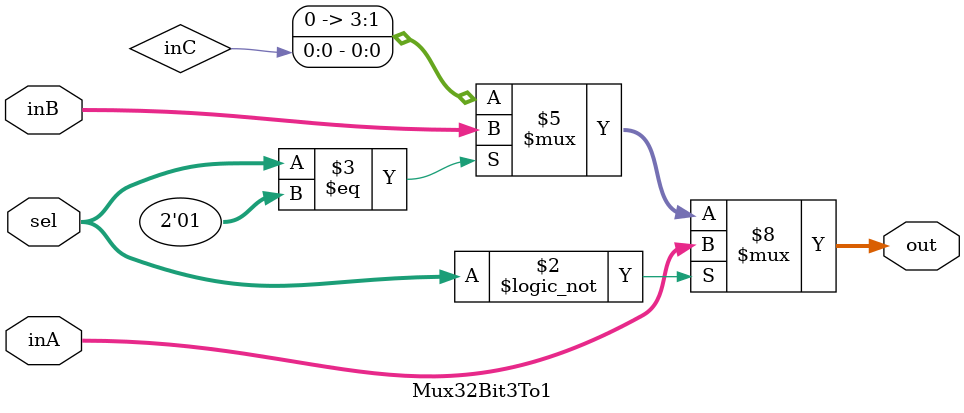
<source format=v>
`timescale 1ns / 1ps


module Mux32Bit3To1(out, inA, inB, sel);

    output reg [3:0] out;
    
    input [3:0] inA;
    input [3:0] inB;

    input [1:0] sel;

    always @(*) begin
    if(sel==0)begin
        out <= inA;
    end
    else if( sel ==1)begin
        out <= inB;
    end
    else begin
        out <= inC;
    end
        
end


endmodule

</source>
